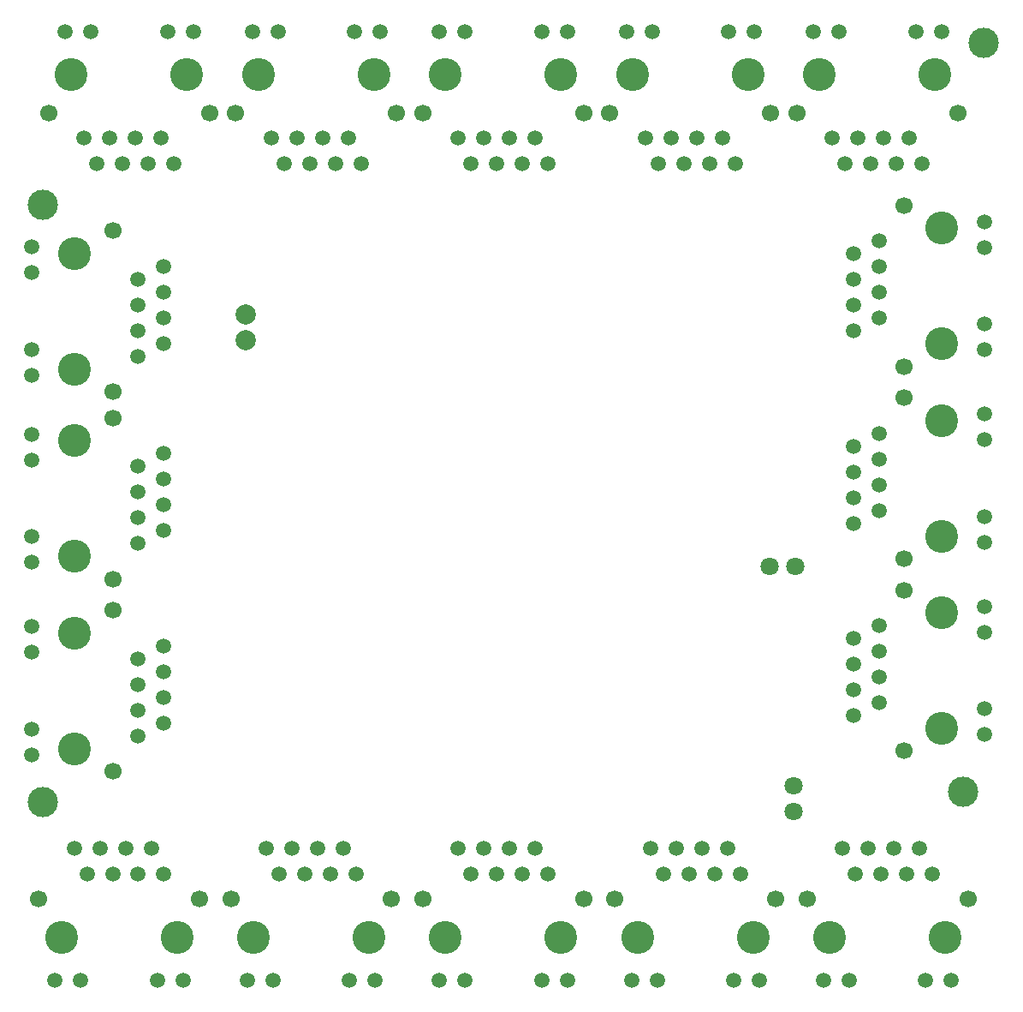
<source format=gbs>
G04 #@! TF.FileFunction,Soldermask,Bot*
%FSLAX46Y46*%
G04 Gerber Fmt 4.6, Leading zero omitted, Abs format (unit mm)*
G04 Created by KiCad (PCBNEW 4.0.6-e0-6349~53~ubuntu16.04.1) date Sat Apr 29 17:07:01 2017*
%MOMM*%
%LPD*%
G01*
G04 APERTURE LIST*
%ADD10C,0.150000*%
%ADD11C,3.000000*%
%ADD12C,2.000000*%
%ADD13C,1.800000*%
%ADD14C,1.500000*%
%ADD15C,3.250000*%
%ADD16C,1.700000*%
G04 APERTURE END LIST*
D10*
D11*
X90000000Y-134000000D03*
X90000000Y-75000000D03*
X181000000Y-133000000D03*
X183000000Y-59000000D03*
D12*
X110000000Y-88350000D03*
X110000000Y-85850000D03*
D13*
X164240000Y-132430160D03*
X164240000Y-134970160D03*
X161808160Y-110744000D03*
X164348160Y-110744000D03*
D14*
X183110000Y-127325000D03*
X183110000Y-124785000D03*
X183110000Y-117215000D03*
X183110000Y-114675000D03*
X172650000Y-116560000D03*
X172650000Y-121630000D03*
X172650000Y-119100000D03*
X172650000Y-124170000D03*
X170110000Y-117820000D03*
X170110000Y-122900000D03*
X170110000Y-120360000D03*
D15*
X178867920Y-115285000D03*
X178867920Y-126715000D03*
D16*
X175100000Y-128950000D03*
X175100000Y-113050000D03*
D14*
X170110000Y-125440000D03*
X167175000Y-151610000D03*
X169715000Y-151610000D03*
X177285000Y-151610000D03*
X179825000Y-151610000D03*
X177940000Y-141150000D03*
X172870000Y-141150000D03*
X175400000Y-141150000D03*
X170330000Y-141150000D03*
X176680000Y-138610000D03*
X171600000Y-138610000D03*
X174140000Y-138610000D03*
D15*
X179215000Y-147367920D03*
X167785000Y-147367920D03*
D16*
X165550000Y-143600000D03*
X181450000Y-143600000D03*
D14*
X169060000Y-138610000D03*
X148175000Y-151610000D03*
X150715000Y-151610000D03*
X158285000Y-151610000D03*
X160825000Y-151610000D03*
X158940000Y-141150000D03*
X153870000Y-141150000D03*
X156400000Y-141150000D03*
X151330000Y-141150000D03*
X157680000Y-138610000D03*
X152600000Y-138610000D03*
X155140000Y-138610000D03*
D15*
X160215000Y-147367920D03*
X148785000Y-147367920D03*
D16*
X146550000Y-143600000D03*
X162450000Y-143600000D03*
D14*
X150060000Y-138610000D03*
X129175000Y-151610000D03*
X131715000Y-151610000D03*
X139285000Y-151610000D03*
X141825000Y-151610000D03*
X139940000Y-141150000D03*
X134870000Y-141150000D03*
X137400000Y-141150000D03*
X132330000Y-141150000D03*
X138680000Y-138610000D03*
X133600000Y-138610000D03*
X136140000Y-138610000D03*
D15*
X141215000Y-147367920D03*
X129785000Y-147367920D03*
D16*
X127550000Y-143600000D03*
X143450000Y-143600000D03*
D14*
X131060000Y-138610000D03*
X110175000Y-151610000D03*
X112715000Y-151610000D03*
X120285000Y-151610000D03*
X122825000Y-151610000D03*
X120940000Y-141150000D03*
X115870000Y-141150000D03*
X118400000Y-141150000D03*
X113330000Y-141150000D03*
X119680000Y-138610000D03*
X114600000Y-138610000D03*
X117140000Y-138610000D03*
D15*
X122215000Y-147367920D03*
X110785000Y-147367920D03*
D16*
X108550000Y-143600000D03*
X124450000Y-143600000D03*
D14*
X112060000Y-138610000D03*
X91175000Y-151610000D03*
X93715000Y-151610000D03*
X101285000Y-151610000D03*
X103825000Y-151610000D03*
X101940000Y-141150000D03*
X96870000Y-141150000D03*
X99400000Y-141150000D03*
X94330000Y-141150000D03*
X100680000Y-138610000D03*
X95600000Y-138610000D03*
X98140000Y-138610000D03*
D15*
X103215000Y-147367920D03*
X91785000Y-147367920D03*
D16*
X89550000Y-143600000D03*
X105450000Y-143600000D03*
D14*
X93060000Y-138610000D03*
X88890000Y-116675000D03*
X88890000Y-119215000D03*
X88890000Y-126785000D03*
X88890000Y-129325000D03*
X99350000Y-127440000D03*
X99350000Y-122370000D03*
X99350000Y-124900000D03*
X99350000Y-119830000D03*
X101890000Y-126180000D03*
X101890000Y-121100000D03*
X101890000Y-123640000D03*
D15*
X93132080Y-128715000D03*
X93132080Y-117285000D03*
D16*
X96900000Y-115050000D03*
X96900000Y-130950000D03*
D14*
X101890000Y-118560000D03*
X88890000Y-97675000D03*
X88890000Y-100215000D03*
X88890000Y-107785000D03*
X88890000Y-110325000D03*
X99350000Y-108440000D03*
X99350000Y-103370000D03*
X99350000Y-105900000D03*
X99350000Y-100830000D03*
X101890000Y-107180000D03*
X101890000Y-102100000D03*
X101890000Y-104640000D03*
D15*
X93132080Y-109715000D03*
X93132080Y-98285000D03*
D16*
X96900000Y-96050000D03*
X96900000Y-111950000D03*
D14*
X101890000Y-99560000D03*
X88890000Y-79175000D03*
X88890000Y-81715000D03*
X88890000Y-89285000D03*
X88890000Y-91825000D03*
X99350000Y-89940000D03*
X99350000Y-84870000D03*
X99350000Y-87400000D03*
X99350000Y-82330000D03*
X101890000Y-88680000D03*
X101890000Y-83600000D03*
X101890000Y-86140000D03*
D15*
X93132080Y-91215000D03*
X93132080Y-79785000D03*
D16*
X96900000Y-77550000D03*
X96900000Y-93450000D03*
D14*
X101890000Y-81060000D03*
X104825000Y-57890000D03*
X102285000Y-57890000D03*
X94715000Y-57890000D03*
X92175000Y-57890000D03*
X94060000Y-68350000D03*
X99130000Y-68350000D03*
X96600000Y-68350000D03*
X101670000Y-68350000D03*
X95320000Y-70890000D03*
X100400000Y-70890000D03*
X97860000Y-70890000D03*
D15*
X92785000Y-62132080D03*
X104215000Y-62132080D03*
D16*
X106450000Y-65900000D03*
X90550000Y-65900000D03*
D14*
X102940000Y-70890000D03*
X123325000Y-57890000D03*
X120785000Y-57890000D03*
X113215000Y-57890000D03*
X110675000Y-57890000D03*
X112560000Y-68350000D03*
X117630000Y-68350000D03*
X115100000Y-68350000D03*
X120170000Y-68350000D03*
X113820000Y-70890000D03*
X118900000Y-70890000D03*
X116360000Y-70890000D03*
D15*
X111285000Y-62132080D03*
X122715000Y-62132080D03*
D16*
X124950000Y-65900000D03*
X109050000Y-65900000D03*
D14*
X121440000Y-70890000D03*
X141825000Y-57890000D03*
X139285000Y-57890000D03*
X131715000Y-57890000D03*
X129175000Y-57890000D03*
X131060000Y-68350000D03*
X136130000Y-68350000D03*
X133600000Y-68350000D03*
X138670000Y-68350000D03*
X132320000Y-70890000D03*
X137400000Y-70890000D03*
X134860000Y-70890000D03*
D15*
X129785000Y-62132080D03*
X141215000Y-62132080D03*
D16*
X143450000Y-65900000D03*
X127550000Y-65900000D03*
D14*
X139940000Y-70890000D03*
X160325000Y-57890000D03*
X157785000Y-57890000D03*
X150215000Y-57890000D03*
X147675000Y-57890000D03*
X149560000Y-68350000D03*
X154630000Y-68350000D03*
X152100000Y-68350000D03*
X157170000Y-68350000D03*
X150820000Y-70890000D03*
X155900000Y-70890000D03*
X153360000Y-70890000D03*
D15*
X148285000Y-62132080D03*
X159715000Y-62132080D03*
D16*
X161950000Y-65900000D03*
X146050000Y-65900000D03*
D14*
X158440000Y-70890000D03*
X178825000Y-57890000D03*
X176285000Y-57890000D03*
X168715000Y-57890000D03*
X166175000Y-57890000D03*
X168060000Y-68350000D03*
X173130000Y-68350000D03*
X170600000Y-68350000D03*
X175670000Y-68350000D03*
X169320000Y-70890000D03*
X174400000Y-70890000D03*
X171860000Y-70890000D03*
D15*
X166785000Y-62132080D03*
X178215000Y-62132080D03*
D16*
X180450000Y-65900000D03*
X164550000Y-65900000D03*
D14*
X176940000Y-70890000D03*
X183110000Y-89325000D03*
X183110000Y-86785000D03*
X183110000Y-79215000D03*
X183110000Y-76675000D03*
X172650000Y-78560000D03*
X172650000Y-83630000D03*
X172650000Y-81100000D03*
X172650000Y-86170000D03*
X170110000Y-79820000D03*
X170110000Y-84900000D03*
X170110000Y-82360000D03*
D15*
X178867920Y-77285000D03*
X178867920Y-88715000D03*
D16*
X175100000Y-90950000D03*
X175100000Y-75050000D03*
D14*
X170110000Y-87440000D03*
X183110000Y-108325000D03*
X183110000Y-105785000D03*
X183110000Y-98215000D03*
X183110000Y-95675000D03*
X172650000Y-97560000D03*
X172650000Y-102630000D03*
X172650000Y-100100000D03*
X172650000Y-105170000D03*
X170110000Y-98820000D03*
X170110000Y-103900000D03*
X170110000Y-101360000D03*
D15*
X178867920Y-96285000D03*
X178867920Y-107715000D03*
D16*
X175100000Y-109950000D03*
X175100000Y-94050000D03*
D14*
X170110000Y-106440000D03*
M02*

</source>
